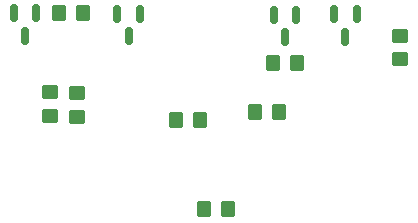
<source format=gbp>
%TF.GenerationSoftware,KiCad,Pcbnew,7.0.10*%
%TF.CreationDate,2024-07-06T13:46:37+02:00*%
%TF.ProjectId,Overlord,4f766572-6c6f-4726-942e-6b696361645f,rev?*%
%TF.SameCoordinates,Original*%
%TF.FileFunction,Paste,Bot*%
%TF.FilePolarity,Positive*%
%FSLAX46Y46*%
G04 Gerber Fmt 4.6, Leading zero omitted, Abs format (unit mm)*
G04 Created by KiCad (PCBNEW 7.0.10) date 2024-07-06 13:46:37*
%MOMM*%
%LPD*%
G01*
G04 APERTURE LIST*
G04 Aperture macros list*
%AMRoundRect*
0 Rectangle with rounded corners*
0 $1 Rounding radius*
0 $2 $3 $4 $5 $6 $7 $8 $9 X,Y pos of 4 corners*
0 Add a 4 corners polygon primitive as box body*
4,1,4,$2,$3,$4,$5,$6,$7,$8,$9,$2,$3,0*
0 Add four circle primitives for the rounded corners*
1,1,$1+$1,$2,$3*
1,1,$1+$1,$4,$5*
1,1,$1+$1,$6,$7*
1,1,$1+$1,$8,$9*
0 Add four rect primitives between the rounded corners*
20,1,$1+$1,$2,$3,$4,$5,0*
20,1,$1+$1,$4,$5,$6,$7,0*
20,1,$1+$1,$6,$7,$8,$9,0*
20,1,$1+$1,$8,$9,$2,$3,0*%
G04 Aperture macros list end*
%ADD10RoundRect,0.250000X-0.350000X-0.450000X0.350000X-0.450000X0.350000X0.450000X-0.350000X0.450000X0*%
%ADD11RoundRect,0.250000X0.350000X0.450000X-0.350000X0.450000X-0.350000X-0.450000X0.350000X-0.450000X0*%
%ADD12RoundRect,0.150000X-0.150000X0.587500X-0.150000X-0.587500X0.150000X-0.587500X0.150000X0.587500X0*%
%ADD13RoundRect,0.250000X-0.450000X0.350000X-0.450000X-0.350000X0.450000X-0.350000X0.450000X0.350000X0*%
G04 APERTURE END LIST*
D10*
%TO.C,R31*%
X58090000Y-106140000D03*
X60090000Y-106140000D03*
%TD*%
D11*
%TO.C,R33*%
X64400000Y-97900000D03*
X62400000Y-97900000D03*
%TD*%
D12*
%TO.C,Q1*%
X69100000Y-89632500D03*
X71000000Y-89632500D03*
X70050000Y-91507500D03*
%TD*%
%TO.C,Q2*%
X41950000Y-89552500D03*
X43850000Y-89552500D03*
X42900000Y-91427500D03*
%TD*%
%TO.C,Q3*%
X63990000Y-89652500D03*
X65890000Y-89652500D03*
X64940000Y-91527500D03*
%TD*%
%TO.C,Q4*%
X50750000Y-89622500D03*
X52650000Y-89622500D03*
X51700000Y-91497500D03*
%TD*%
D10*
%TO.C,R1*%
X55700000Y-98610000D03*
X57700000Y-98610000D03*
%TD*%
D13*
%TO.C,R2*%
X47340000Y-96280000D03*
X47340000Y-98280000D03*
%TD*%
%TO.C,R3*%
X74710000Y-91440000D03*
X74710000Y-93440000D03*
%TD*%
D10*
%TO.C,R4*%
X45820000Y-89510000D03*
X47820000Y-89510000D03*
%TD*%
%TO.C,R5*%
X63910000Y-93730000D03*
X65910000Y-93730000D03*
%TD*%
D13*
%TO.C,R15*%
X45000000Y-96220000D03*
X45000000Y-98220000D03*
%TD*%
M02*

</source>
